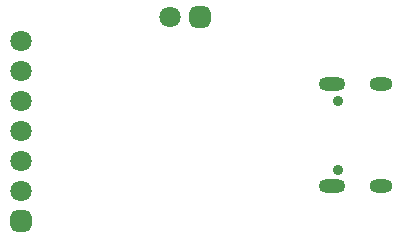
<source format=gbr>
%TF.GenerationSoftware,Altium Limited,Altium Designer,24.1.2 (44)*%
G04 Layer_Color=16711935*
%FSLAX45Y45*%
%MOMM*%
%TF.SameCoordinates,66D67B9E-EE8B-469C-A6B4-FAA81B9CD0F6*%
%TF.FilePolarity,Negative*%
%TF.FileFunction,Soldermask,Bot*%
%TF.Part,Single*%
G01*
G75*
%TA.AperFunction,ComponentPad*%
%ADD58O,2.25000X1.15000*%
%ADD59O,1.95000X1.15000*%
%ADD60C,0.90320*%
%ADD61C,1.80320*%
G04:AMPARAMS|DCode=62|XSize=1.8032mm|YSize=1.8032mm|CornerRadius=0.5016mm|HoleSize=0mm|Usage=FLASHONLY|Rotation=90.000|XOffset=0mm|YOffset=0mm|HoleType=Round|Shape=RoundedRectangle|*
%AMROUNDEDRECTD62*
21,1,1.80320,0.80000,0,0,90.0*
21,1,0.80000,1.80320,0,0,90.0*
1,1,1.00320,0.40000,0.40000*
1,1,1.00320,0.40000,-0.40000*
1,1,1.00320,-0.40000,-0.40000*
1,1,1.00320,-0.40000,0.40000*
%
%ADD62ROUNDEDRECTD62*%
G04:AMPARAMS|DCode=63|XSize=1.8032mm|YSize=1.8032mm|CornerRadius=0.5016mm|HoleSize=0mm|Usage=FLASHONLY|Rotation=180.000|XOffset=0mm|YOffset=0mm|HoleType=Round|Shape=RoundedRectangle|*
%AMROUNDEDRECTD63*
21,1,1.80320,0.80000,0,0,180.0*
21,1,0.80000,1.80320,0,0,180.0*
1,1,1.00320,-0.40000,0.40000*
1,1,1.00320,0.40000,0.40000*
1,1,1.00320,0.40000,-0.40000*
1,1,1.00320,-0.40000,-0.40000*
%
%ADD63ROUNDEDRECTD63*%
D58*
X16595000Y6582000D02*
D03*
Y5718000D02*
D03*
D59*
X17010001Y6582000D02*
D03*
Y5718000D02*
D03*
D60*
X16645000Y6439000D02*
D03*
Y5861000D02*
D03*
D61*
X13960001Y6952000D02*
D03*
Y6698000D02*
D03*
Y6190000D02*
D03*
Y5682000D02*
D03*
Y5936000D02*
D03*
Y6444000D02*
D03*
X15223000Y7150000D02*
D03*
D62*
X13960001Y5428000D02*
D03*
D63*
X15477000Y7150000D02*
D03*
%TF.MD5,d89b71506fa9f2cbec4a30b660b116b7*%
M02*

</source>
